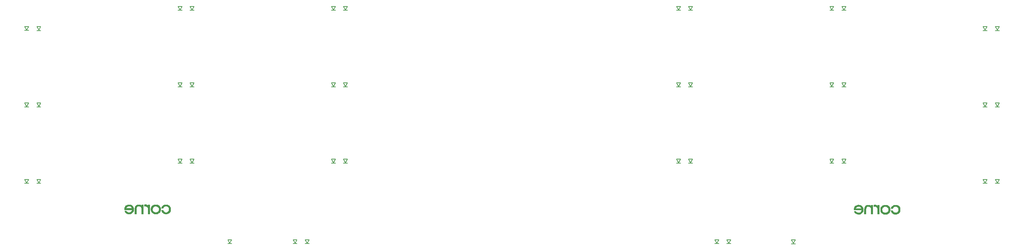
<source format=gbo>
G04 #@! TF.GenerationSoftware,KiCad,Pcbnew,5.1.5+dfsg1-2build2*
G04 #@! TF.CreationDate,2021-07-11T13:37:49+03:00*
G04 #@! TF.ProjectId,corne-light,636f726e-652d-46c6-9967-68742e6b6963,2.0*
G04 #@! TF.SameCoordinates,Original*
G04 #@! TF.FileFunction,Legend,Bot*
G04 #@! TF.FilePolarity,Positive*
%FSLAX46Y46*%
G04 Gerber Fmt 4.6, Leading zero omitted, Abs format (unit mm)*
G04 Created by KiCad (PCBNEW 5.1.5+dfsg1-2build2) date 2021-07-11 13:37:49*
%MOMM*%
%LPD*%
G04 APERTURE LIST*
%ADD10C,0.150000*%
%ADD11C,0.010000*%
%ADD12C,4.700000*%
%ADD13R,1.700000X1.800000*%
%ADD14O,1.797000X2.178000*%
%ADD15O,2.900000X2.100000*%
%ADD16C,1.600000*%
%ADD17C,2.400000*%
%ADD18C,2.700000*%
%ADD19C,2.800000*%
%ADD20C,2.800000*%
%ADD21C,1.900000*%
%ADD22C,2.000000*%
%ADD23O,2.800000X3.350000*%
%ADD24O,2.600000X2.000000*%
%ADD25O,2.600000X1.900000*%
%ADD26C,1.924000*%
%ADD27C,0.700000*%
G04 APERTURE END LIST*
D10*
X30687500Y-84416875D02*
X29687500Y-84416875D01*
X29687500Y-83416875D02*
X30187500Y-84316875D01*
X30687500Y-83416875D02*
X29687500Y-83416875D01*
X30187500Y-84316875D02*
X30687500Y-83416875D01*
X33687500Y-84420000D02*
X32687500Y-84420000D01*
X32687500Y-83420000D02*
X33187500Y-84320000D01*
X33687500Y-83420000D02*
X32687500Y-83420000D01*
X33187500Y-84320000D02*
X33687500Y-83420000D01*
X271184847Y-84420432D02*
X270184847Y-84420432D01*
X270184847Y-83420432D02*
X270684847Y-84320432D01*
X271184847Y-83420432D02*
X270184847Y-83420432D01*
X270684847Y-84320432D02*
X271184847Y-83420432D01*
X109687500Y-60420000D02*
X108687500Y-60420000D01*
X108687500Y-59420000D02*
X109187500Y-60320000D01*
X109687500Y-59420000D02*
X108687500Y-59420000D01*
X109187500Y-60320000D02*
X109687500Y-59420000D01*
X192184847Y-60420432D02*
X191184847Y-60420432D01*
X191184847Y-59420432D02*
X191684847Y-60320432D01*
X192184847Y-59420432D02*
X191184847Y-59420432D01*
X191684847Y-60320432D02*
X192184847Y-59420432D01*
X195184847Y-60420432D02*
X194184847Y-60420432D01*
X194184847Y-59420432D02*
X194684847Y-60320432D01*
X195184847Y-59420432D02*
X194184847Y-59420432D01*
X194684847Y-60320432D02*
X195184847Y-59420432D01*
X230184847Y-60415432D02*
X229184847Y-60415432D01*
X229184847Y-59415432D02*
X229684847Y-60315432D01*
X230184847Y-59415432D02*
X229184847Y-59415432D01*
X229684847Y-60315432D02*
X230184847Y-59415432D01*
X233184847Y-60420432D02*
X232184847Y-60420432D01*
X232184847Y-59420432D02*
X232684847Y-60320432D01*
X233184847Y-59420432D02*
X232184847Y-59420432D01*
X232684847Y-60320432D02*
X233184847Y-59420432D01*
X268184847Y-65420432D02*
X267184847Y-65420432D01*
X267184847Y-64420432D02*
X267684847Y-65320432D01*
X268184847Y-64420432D02*
X267184847Y-64420432D01*
X267684847Y-65320432D02*
X268184847Y-64420432D01*
X271184847Y-65420432D02*
X270184847Y-65420432D01*
X270184847Y-64420432D02*
X270684847Y-65320432D01*
X271184847Y-64420432D02*
X270184847Y-64420432D01*
X270684847Y-65320432D02*
X271184847Y-64420432D01*
X192184847Y-41420432D02*
X191184847Y-41420432D01*
X191184847Y-40420432D02*
X191684847Y-41320432D01*
X192184847Y-40420432D02*
X191184847Y-40420432D01*
X191684847Y-41320432D02*
X192184847Y-40420432D01*
X195184847Y-41420432D02*
X194184847Y-41420432D01*
X194184847Y-40420432D02*
X194684847Y-41320432D01*
X195184847Y-40420432D02*
X194184847Y-40420432D01*
X194684847Y-41320432D02*
X195184847Y-40420432D01*
X230184847Y-41415432D02*
X229184847Y-41415432D01*
X229184847Y-40415432D02*
X229684847Y-41315432D01*
X230184847Y-40415432D02*
X229184847Y-40415432D01*
X229684847Y-41315432D02*
X230184847Y-40415432D01*
X233184847Y-41420432D02*
X232184847Y-41420432D01*
X232184847Y-40420432D02*
X232684847Y-41320432D01*
X233184847Y-40420432D02*
X232184847Y-40420432D01*
X232684847Y-41320432D02*
X233184847Y-40420432D01*
X268184847Y-46420432D02*
X267184847Y-46420432D01*
X267184847Y-45420432D02*
X267684847Y-46320432D01*
X268184847Y-45420432D02*
X267184847Y-45420432D01*
X267684847Y-46320432D02*
X268184847Y-45420432D01*
X271184847Y-46420432D02*
X270184847Y-46420432D01*
X270184847Y-45420432D02*
X270684847Y-46320432D01*
X271184847Y-45420432D02*
X270184847Y-45420432D01*
X270684847Y-46320432D02*
X271184847Y-45420432D01*
X201694847Y-99415432D02*
X200694847Y-99415432D01*
X200694847Y-98415432D02*
X201194847Y-99315432D01*
X201694847Y-98415432D02*
X200694847Y-98415432D01*
X201194847Y-99315432D02*
X201694847Y-98415432D01*
X204694847Y-99415432D02*
X203694847Y-99415432D01*
X203694847Y-98415432D02*
X204194847Y-99315432D01*
X204694847Y-98415432D02*
X203694847Y-98415432D01*
X204194847Y-99315432D02*
X204694847Y-98415432D01*
X220684847Y-99430432D02*
X219684847Y-99430432D01*
X219684847Y-98430432D02*
X220184847Y-99330432D01*
X220684847Y-98430432D02*
X219684847Y-98430432D01*
X220184847Y-99330432D02*
X220684847Y-98430432D01*
X192184847Y-79420432D02*
X191184847Y-79420432D01*
X191184847Y-78420432D02*
X191684847Y-79320432D01*
X192184847Y-78420432D02*
X191184847Y-78420432D01*
X191684847Y-79320432D02*
X192184847Y-78420432D01*
X195184847Y-79420432D02*
X194184847Y-79420432D01*
X194184847Y-78420432D02*
X194684847Y-79320432D01*
X195184847Y-78420432D02*
X194184847Y-78420432D01*
X194684847Y-79320432D02*
X195184847Y-78420432D01*
X230184847Y-79415432D02*
X229184847Y-79415432D01*
X229184847Y-78415432D02*
X229684847Y-79315432D01*
X230184847Y-78415432D02*
X229184847Y-78415432D01*
X229684847Y-79315432D02*
X230184847Y-78415432D01*
X233184847Y-79420432D02*
X232184847Y-79420432D01*
X232184847Y-78420432D02*
X232684847Y-79320432D01*
X233184847Y-78420432D02*
X232184847Y-78420432D01*
X232684847Y-79320432D02*
X233184847Y-78420432D01*
X268184847Y-84420432D02*
X267184847Y-84420432D01*
X267184847Y-83420432D02*
X267684847Y-84320432D01*
X268184847Y-83420432D02*
X267184847Y-83420432D01*
X267684847Y-84320432D02*
X268184847Y-83420432D01*
X30687500Y-46416875D02*
X29687500Y-46416875D01*
X29687500Y-45416875D02*
X30187500Y-46316875D01*
X30687500Y-45416875D02*
X29687500Y-45416875D01*
X30187500Y-46316875D02*
X30687500Y-45416875D01*
X33687500Y-46420000D02*
X32687500Y-46420000D01*
X32687500Y-45420000D02*
X33187500Y-46320000D01*
X33687500Y-45420000D02*
X32687500Y-45420000D01*
X33187500Y-46320000D02*
X33687500Y-45420000D01*
X68687500Y-41420000D02*
X67687500Y-41420000D01*
X67687500Y-40420000D02*
X68187500Y-41320000D01*
X68687500Y-40420000D02*
X67687500Y-40420000D01*
X68187500Y-41320000D02*
X68687500Y-40420000D01*
X71687500Y-41415000D02*
X70687500Y-41415000D01*
X70687500Y-40415000D02*
X71187500Y-41315000D01*
X71687500Y-40415000D02*
X70687500Y-40415000D01*
X71187500Y-41315000D02*
X71687500Y-40415000D01*
X106687500Y-41420000D02*
X105687500Y-41420000D01*
X105687500Y-40420000D02*
X106187500Y-41320000D01*
X106687500Y-40420000D02*
X105687500Y-40420000D01*
X106187500Y-41320000D02*
X106687500Y-40420000D01*
X109687500Y-41420000D02*
X108687500Y-41420000D01*
X108687500Y-40420000D02*
X109187500Y-41320000D01*
X109687500Y-40420000D02*
X108687500Y-40420000D01*
X109187500Y-41320000D02*
X109687500Y-40420000D01*
X30687500Y-65416875D02*
X29687500Y-65416875D01*
X29687500Y-64416875D02*
X30187500Y-65316875D01*
X30687500Y-64416875D02*
X29687500Y-64416875D01*
X30187500Y-65316875D02*
X30687500Y-64416875D01*
X33687500Y-65420000D02*
X32687500Y-65420000D01*
X32687500Y-64420000D02*
X33187500Y-65320000D01*
X33687500Y-64420000D02*
X32687500Y-64420000D01*
X33187500Y-65320000D02*
X33687500Y-64420000D01*
X68687500Y-60420000D02*
X67687500Y-60420000D01*
X67687500Y-59420000D02*
X68187500Y-60320000D01*
X68687500Y-59420000D02*
X67687500Y-59420000D01*
X68187500Y-60320000D02*
X68687500Y-59420000D01*
X71687500Y-60415000D02*
X70687500Y-60415000D01*
X70687500Y-59415000D02*
X71187500Y-60315000D01*
X71687500Y-59415000D02*
X70687500Y-59415000D01*
X71187500Y-60315000D02*
X71687500Y-59415000D01*
X106687500Y-60420000D02*
X105687500Y-60420000D01*
X105687500Y-59420000D02*
X106187500Y-60320000D01*
X106687500Y-59420000D02*
X105687500Y-59420000D01*
X106187500Y-60320000D02*
X106687500Y-59420000D01*
X68687500Y-79420000D02*
X67687500Y-79420000D01*
X67687500Y-78420000D02*
X68187500Y-79320000D01*
X68687500Y-78420000D02*
X67687500Y-78420000D01*
X68187500Y-79320000D02*
X68687500Y-78420000D01*
X71687500Y-79415000D02*
X70687500Y-79415000D01*
X70687500Y-78415000D02*
X71187500Y-79315000D01*
X71687500Y-78415000D02*
X70687500Y-78415000D01*
X71187500Y-79315000D02*
X71687500Y-78415000D01*
X106687500Y-79420000D02*
X105687500Y-79420000D01*
X105687500Y-78420000D02*
X106187500Y-79320000D01*
X106687500Y-78420000D02*
X105687500Y-78420000D01*
X106187500Y-79320000D02*
X106687500Y-78420000D01*
X109687500Y-79420000D02*
X108687500Y-79420000D01*
X108687500Y-78420000D02*
X109187500Y-79320000D01*
X109687500Y-78420000D02*
X108687500Y-78420000D01*
X109187500Y-79320000D02*
X109687500Y-78420000D01*
X81007500Y-99410000D02*
X80007500Y-99410000D01*
X80007500Y-98410000D02*
X80507500Y-99310000D01*
X81007500Y-98410000D02*
X80007500Y-98410000D01*
X80507500Y-99310000D02*
X81007500Y-98410000D01*
X97187500Y-99405000D02*
X96187500Y-99405000D01*
X96187500Y-98405000D02*
X96687500Y-99305000D01*
X97187500Y-98405000D02*
X96187500Y-98405000D01*
X96687500Y-99305000D02*
X97187500Y-98405000D01*
X100187500Y-99405000D02*
X99187500Y-99405000D01*
X99187500Y-98405000D02*
X99687500Y-99305000D01*
X100187500Y-98405000D02*
X99187500Y-98405000D01*
X99687500Y-99305000D02*
X100187500Y-98405000D01*
D11*
G36*
X238565509Y-89778791D02*
G01*
X238471425Y-89782451D01*
X238401010Y-89791455D01*
X238340699Y-89808181D01*
X238276930Y-89835005D01*
X238222749Y-89861171D01*
X238051702Y-89969513D01*
X237918452Y-90108673D01*
X237821121Y-90281378D01*
X237757832Y-90490354D01*
X237746425Y-90552800D01*
X237739136Y-90623770D01*
X237732597Y-90736525D01*
X237727097Y-90882049D01*
X237722926Y-91051330D01*
X237720373Y-91235353D01*
X237719692Y-91384650D01*
X237719500Y-92051400D01*
X238151300Y-92051400D01*
X238151300Y-91332110D01*
X238151907Y-91103457D01*
X238153900Y-90919758D01*
X238157537Y-90775177D01*
X238163078Y-90663882D01*
X238170781Y-90580037D01*
X238180905Y-90517809D01*
X238188803Y-90486534D01*
X238253563Y-90348307D01*
X238354470Y-90245106D01*
X238489897Y-90177984D01*
X238658220Y-90147999D01*
X238712688Y-90146400D01*
X238875159Y-90156817D01*
X239005138Y-90191694D01*
X239117236Y-90256472D01*
X239197140Y-90326726D01*
X239251327Y-90383731D01*
X239294709Y-90439501D01*
X239328477Y-90500365D01*
X239353821Y-90572652D01*
X239371933Y-90662689D01*
X239384004Y-90776805D01*
X239391223Y-90921327D01*
X239394783Y-91102585D01*
X239395874Y-91326907D01*
X239395900Y-91382910D01*
X239395900Y-92051400D01*
X239827700Y-92051400D01*
X239827700Y-89790800D01*
X239395900Y-89790800D01*
X239395900Y-90048707D01*
X239313636Y-89966442D01*
X239227248Y-89890836D01*
X239136545Y-89837569D01*
X239030522Y-89803282D01*
X238898176Y-89784616D01*
X238728505Y-89778211D01*
X238696826Y-89778100D01*
X238565509Y-89778791D01*
G37*
X238565509Y-89778791D02*
X238471425Y-89782451D01*
X238401010Y-89791455D01*
X238340699Y-89808181D01*
X238276930Y-89835005D01*
X238222749Y-89861171D01*
X238051702Y-89969513D01*
X237918452Y-90108673D01*
X237821121Y-90281378D01*
X237757832Y-90490354D01*
X237746425Y-90552800D01*
X237739136Y-90623770D01*
X237732597Y-90736525D01*
X237727097Y-90882049D01*
X237722926Y-91051330D01*
X237720373Y-91235353D01*
X237719692Y-91384650D01*
X237719500Y-92051400D01*
X238151300Y-92051400D01*
X238151300Y-91332110D01*
X238151907Y-91103457D01*
X238153900Y-90919758D01*
X238157537Y-90775177D01*
X238163078Y-90663882D01*
X238170781Y-90580037D01*
X238180905Y-90517809D01*
X238188803Y-90486534D01*
X238253563Y-90348307D01*
X238354470Y-90245106D01*
X238489897Y-90177984D01*
X238658220Y-90147999D01*
X238712688Y-90146400D01*
X238875159Y-90156817D01*
X239005138Y-90191694D01*
X239117236Y-90256472D01*
X239197140Y-90326726D01*
X239251327Y-90383731D01*
X239294709Y-90439501D01*
X239328477Y-90500365D01*
X239353821Y-90572652D01*
X239371933Y-90662689D01*
X239384004Y-90776805D01*
X239391223Y-90921327D01*
X239394783Y-91102585D01*
X239395874Y-91326907D01*
X239395900Y-91382910D01*
X239395900Y-92051400D01*
X239827700Y-92051400D01*
X239827700Y-89790800D01*
X239395900Y-89790800D01*
X239395900Y-90048707D01*
X239313636Y-89966442D01*
X239227248Y-89890836D01*
X239136545Y-89837569D01*
X239030522Y-89803282D01*
X238898176Y-89784616D01*
X238728505Y-89778211D01*
X238696826Y-89778100D01*
X238565509Y-89778791D01*
G36*
X240227763Y-89755436D02*
G01*
X240081700Y-89771961D01*
X240081700Y-90142729D01*
X240215050Y-90129068D01*
X240399149Y-90134139D01*
X240568548Y-90185922D01*
X240717119Y-90281056D01*
X240838734Y-90416179D01*
X240887611Y-90497869D01*
X240970700Y-90658838D01*
X240970700Y-92051400D01*
X241402500Y-92051400D01*
X241402500Y-89788745D01*
X241192950Y-89796122D01*
X240983400Y-89803500D01*
X240958000Y-90025358D01*
X240907231Y-89968946D01*
X240789054Y-89872357D01*
X240637202Y-89801267D01*
X240463958Y-89759536D01*
X240281610Y-89751025D01*
X240227763Y-89755436D01*
G37*
X240227763Y-89755436D02*
X240081700Y-89771961D01*
X240081700Y-90142729D01*
X240215050Y-90129068D01*
X240399149Y-90134139D01*
X240568548Y-90185922D01*
X240717119Y-90281056D01*
X240838734Y-90416179D01*
X240887611Y-90497869D01*
X240970700Y-90658838D01*
X240970700Y-92051400D01*
X241402500Y-92051400D01*
X241402500Y-89788745D01*
X241192950Y-89796122D01*
X240983400Y-89803500D01*
X240958000Y-90025358D01*
X240907231Y-89968946D01*
X240789054Y-89872357D01*
X240637202Y-89801267D01*
X240463958Y-89759536D01*
X240281610Y-89751025D01*
X240227763Y-89755436D01*
G36*
X236033470Y-89788406D02*
G01*
X235811106Y-89854705D01*
X235612867Y-89960213D01*
X235442921Y-90100847D01*
X235305441Y-90272524D01*
X235204596Y-90471162D01*
X235144557Y-90692678D01*
X235128700Y-90888336D01*
X235128700Y-91035400D01*
X237033700Y-91035400D01*
X237033700Y-91108498D01*
X237010783Y-91231649D01*
X236947345Y-91359172D01*
X236851357Y-91480298D01*
X236730789Y-91584256D01*
X236641612Y-91638239D01*
X236505758Y-91689647D01*
X236345096Y-91714683D01*
X236332128Y-91715596D01*
X236149871Y-91713127D01*
X235996197Y-91676329D01*
X235858505Y-91600614D01*
X235743807Y-91501419D01*
X235607987Y-91365600D01*
X235404732Y-91365600D01*
X235304189Y-91366246D01*
X235244967Y-91370122D01*
X235217590Y-91380133D01*
X235212581Y-91399182D01*
X235218270Y-91422750D01*
X235256583Y-91508398D01*
X235321501Y-91611086D01*
X235401226Y-91714606D01*
X235483956Y-91802746D01*
X235514143Y-91829173D01*
X235713010Y-91958773D01*
X235935698Y-92048237D01*
X236172404Y-92095509D01*
X236413327Y-92098535D01*
X236624643Y-92062004D01*
X236845755Y-91977879D01*
X237040575Y-91854023D01*
X237204175Y-91695554D01*
X237331626Y-91507590D01*
X237417999Y-91295249D01*
X237437156Y-91218299D01*
X237467692Y-90968242D01*
X237453959Y-90728661D01*
X237441778Y-90679800D01*
X237032443Y-90679800D01*
X236309172Y-90679800D01*
X236096586Y-90679528D01*
X235929501Y-90678521D01*
X235802621Y-90676494D01*
X235710649Y-90673158D01*
X235648288Y-90668229D01*
X235610241Y-90661420D01*
X235591212Y-90652444D01*
X235585903Y-90641014D01*
X235585900Y-90640688D01*
X235606277Y-90558758D01*
X235660975Y-90463173D01*
X235740348Y-90365722D01*
X235834752Y-90278195D01*
X235934539Y-90212383D01*
X235937597Y-90210826D01*
X236076653Y-90163277D01*
X236240767Y-90142014D01*
X236411572Y-90146960D01*
X236570702Y-90178039D01*
X236662440Y-90213844D01*
X236808974Y-90315486D01*
X236927851Y-90456797D01*
X237008235Y-90616127D01*
X237032443Y-90679800D01*
X237441778Y-90679800D01*
X237398133Y-90504735D01*
X237302394Y-90301643D01*
X237168921Y-90124563D01*
X236999892Y-89978672D01*
X236887001Y-89910689D01*
X236692397Y-89826746D01*
X236495074Y-89779901D01*
X236275787Y-89765400D01*
X236033470Y-89788406D01*
G37*
X236033470Y-89788406D02*
X235811106Y-89854705D01*
X235612867Y-89960213D01*
X235442921Y-90100847D01*
X235305441Y-90272524D01*
X235204596Y-90471162D01*
X235144557Y-90692678D01*
X235128700Y-90888336D01*
X235128700Y-91035400D01*
X237033700Y-91035400D01*
X237033700Y-91108498D01*
X237010783Y-91231649D01*
X236947345Y-91359172D01*
X236851357Y-91480298D01*
X236730789Y-91584256D01*
X236641612Y-91638239D01*
X236505758Y-91689647D01*
X236345096Y-91714683D01*
X236332128Y-91715596D01*
X236149871Y-91713127D01*
X235996197Y-91676329D01*
X235858505Y-91600614D01*
X235743807Y-91501419D01*
X235607987Y-91365600D01*
X235404732Y-91365600D01*
X235304189Y-91366246D01*
X235244967Y-91370122D01*
X235217590Y-91380133D01*
X235212581Y-91399182D01*
X235218270Y-91422750D01*
X235256583Y-91508398D01*
X235321501Y-91611086D01*
X235401226Y-91714606D01*
X235483956Y-91802746D01*
X235514143Y-91829173D01*
X235713010Y-91958773D01*
X235935698Y-92048237D01*
X236172404Y-92095509D01*
X236413327Y-92098535D01*
X236624643Y-92062004D01*
X236845755Y-91977879D01*
X237040575Y-91854023D01*
X237204175Y-91695554D01*
X237331626Y-91507590D01*
X237417999Y-91295249D01*
X237437156Y-91218299D01*
X237467692Y-90968242D01*
X237453959Y-90728661D01*
X237441778Y-90679800D01*
X237032443Y-90679800D01*
X236309172Y-90679800D01*
X236096586Y-90679528D01*
X235929501Y-90678521D01*
X235802621Y-90676494D01*
X235710649Y-90673158D01*
X235648288Y-90668229D01*
X235610241Y-90661420D01*
X235591212Y-90652444D01*
X235585903Y-90641014D01*
X235585900Y-90640688D01*
X235606277Y-90558758D01*
X235660975Y-90463173D01*
X235740348Y-90365722D01*
X235834752Y-90278195D01*
X235934539Y-90212383D01*
X235937597Y-90210826D01*
X236076653Y-90163277D01*
X236240767Y-90142014D01*
X236411572Y-90146960D01*
X236570702Y-90178039D01*
X236662440Y-90213844D01*
X236808974Y-90315486D01*
X236927851Y-90456797D01*
X237008235Y-90616127D01*
X237032443Y-90679800D01*
X237441778Y-90679800D01*
X237398133Y-90504735D01*
X237302394Y-90301643D01*
X237168921Y-90124563D01*
X236999892Y-89978672D01*
X236887001Y-89910689D01*
X236692397Y-89826746D01*
X236495074Y-89779901D01*
X236275787Y-89765400D01*
X236033470Y-89788406D01*
G36*
X242825014Y-89771840D02*
G01*
X242571560Y-89807111D01*
X242343475Y-89883807D01*
X242143825Y-89999865D01*
X241975675Y-90153222D01*
X241842092Y-90341816D01*
X241777544Y-90476600D01*
X241745982Y-90590705D01*
X241725715Y-90738371D01*
X241716970Y-90903580D01*
X241719975Y-91070313D01*
X241734957Y-91222551D01*
X241762144Y-91344275D01*
X241765095Y-91352900D01*
X241861481Y-91550172D01*
X242000725Y-91726574D01*
X242177321Y-91876769D01*
X242385759Y-91995421D01*
X242460660Y-92026770D01*
X242592679Y-92063019D01*
X242755665Y-92086467D01*
X242931219Y-92096287D01*
X243100940Y-92091650D01*
X243246426Y-92071729D01*
X243279247Y-92063599D01*
X243493147Y-91981401D01*
X243687879Y-91863093D01*
X243854845Y-91715635D01*
X243985444Y-91545986D01*
X244036318Y-91450895D01*
X244074663Y-91348102D01*
X244108849Y-91223876D01*
X244128901Y-91120628D01*
X244136252Y-90979224D01*
X243711926Y-90979224D01*
X243697591Y-91126866D01*
X243677459Y-91208207D01*
X243624206Y-91320941D01*
X243543805Y-91436333D01*
X243449822Y-91537702D01*
X243355826Y-91608365D01*
X243349042Y-91612020D01*
X243152302Y-91688118D01*
X242947311Y-91718463D01*
X242743896Y-91702243D01*
X242631336Y-91671468D01*
X242454056Y-91584347D01*
X242309590Y-91460677D01*
X242202413Y-91304341D01*
X242197980Y-91295466D01*
X242144990Y-91139401D01*
X242123007Y-90962298D01*
X242132361Y-90783017D01*
X242173379Y-90620421D01*
X242185711Y-90590900D01*
X242283042Y-90431906D01*
X242410739Y-90307092D01*
X242561436Y-90216623D01*
X242727764Y-90160666D01*
X242902358Y-90139386D01*
X243077851Y-90152949D01*
X243246876Y-90201522D01*
X243402066Y-90285270D01*
X243536055Y-90404360D01*
X243641035Y-90558101D01*
X243682581Y-90675807D01*
X243706567Y-90822526D01*
X243711926Y-90979224D01*
X244136252Y-90979224D01*
X244141762Y-90873236D01*
X244109350Y-90638693D01*
X244034150Y-90422052D01*
X243918643Y-90228365D01*
X243765313Y-90062687D01*
X243576640Y-89930069D01*
X243532581Y-89906803D01*
X243358295Y-89832053D01*
X243186970Y-89787281D01*
X243001095Y-89769147D01*
X242825014Y-89771840D01*
G37*
X242825014Y-89771840D02*
X242571560Y-89807111D01*
X242343475Y-89883807D01*
X242143825Y-89999865D01*
X241975675Y-90153222D01*
X241842092Y-90341816D01*
X241777544Y-90476600D01*
X241745982Y-90590705D01*
X241725715Y-90738371D01*
X241716970Y-90903580D01*
X241719975Y-91070313D01*
X241734957Y-91222551D01*
X241762144Y-91344275D01*
X241765095Y-91352900D01*
X241861481Y-91550172D01*
X242000725Y-91726574D01*
X242177321Y-91876769D01*
X242385759Y-91995421D01*
X242460660Y-92026770D01*
X242592679Y-92063019D01*
X242755665Y-92086467D01*
X242931219Y-92096287D01*
X243100940Y-92091650D01*
X243246426Y-92071729D01*
X243279247Y-92063599D01*
X243493147Y-91981401D01*
X243687879Y-91863093D01*
X243854845Y-91715635D01*
X243985444Y-91545986D01*
X244036318Y-91450895D01*
X244074663Y-91348102D01*
X244108849Y-91223876D01*
X244128901Y-91120628D01*
X244136252Y-90979224D01*
X243711926Y-90979224D01*
X243697591Y-91126866D01*
X243677459Y-91208207D01*
X243624206Y-91320941D01*
X243543805Y-91436333D01*
X243449822Y-91537702D01*
X243355826Y-91608365D01*
X243349042Y-91612020D01*
X243152302Y-91688118D01*
X242947311Y-91718463D01*
X242743896Y-91702243D01*
X242631336Y-91671468D01*
X242454056Y-91584347D01*
X242309590Y-91460677D01*
X242202413Y-91304341D01*
X242197980Y-91295466D01*
X242144990Y-91139401D01*
X242123007Y-90962298D01*
X242132361Y-90783017D01*
X242173379Y-90620421D01*
X242185711Y-90590900D01*
X242283042Y-90431906D01*
X242410739Y-90307092D01*
X242561436Y-90216623D01*
X242727764Y-90160666D01*
X242902358Y-90139386D01*
X243077851Y-90152949D01*
X243246876Y-90201522D01*
X243402066Y-90285270D01*
X243536055Y-90404360D01*
X243641035Y-90558101D01*
X243682581Y-90675807D01*
X243706567Y-90822526D01*
X243711926Y-90979224D01*
X244136252Y-90979224D01*
X244141762Y-90873236D01*
X244109350Y-90638693D01*
X244034150Y-90422052D01*
X243918643Y-90228365D01*
X243765313Y-90062687D01*
X243576640Y-89930069D01*
X243532581Y-89906803D01*
X243358295Y-89832053D01*
X243186970Y-89787281D01*
X243001095Y-89769147D01*
X242825014Y-89771840D01*
G36*
X245207951Y-89785988D02*
G01*
X245093252Y-89812102D01*
X244872150Y-89902639D01*
X244680707Y-90029036D01*
X244523778Y-90186988D01*
X244406218Y-90372188D01*
X244371563Y-90452254D01*
X244337536Y-90545731D01*
X244325917Y-90604761D01*
X244343202Y-90637261D01*
X244395888Y-90651149D01*
X244490471Y-90654343D01*
X244537431Y-90654400D01*
X244751361Y-90654399D01*
X244782267Y-90560754D01*
X244848857Y-90434894D01*
X244955362Y-90323503D01*
X245091537Y-90233012D01*
X245247136Y-90169854D01*
X245411915Y-90140461D01*
X245453801Y-90139142D01*
X245636131Y-90161910D01*
X245806435Y-90226221D01*
X245955984Y-90326089D01*
X246076047Y-90455526D01*
X246157895Y-90608547D01*
X246164093Y-90626267D01*
X246197644Y-90784924D01*
X246203427Y-90960402D01*
X246182741Y-91134327D01*
X246136887Y-91288322D01*
X246113825Y-91336531D01*
X246008096Y-91487138D01*
X245873221Y-91599303D01*
X245725898Y-91670915D01*
X245547211Y-91713926D01*
X245367741Y-91713773D01*
X245195928Y-91673785D01*
X245040210Y-91597291D01*
X244909026Y-91487622D01*
X244810816Y-91348106D01*
X244789233Y-91301389D01*
X244742600Y-91187990D01*
X244533050Y-91187895D01*
X244430332Y-91188561D01*
X244368216Y-91192620D01*
X244336505Y-91202992D01*
X244325003Y-91222594D01*
X244323500Y-91247887D01*
X244339025Y-91322902D01*
X244380576Y-91422781D01*
X244440622Y-91534252D01*
X244511631Y-91644041D01*
X244586071Y-91738876D01*
X244624962Y-91779119D01*
X244804736Y-91914131D01*
X245013593Y-92014811D01*
X245240440Y-92077913D01*
X245474182Y-92100194D01*
X245669700Y-92084664D01*
X245862913Y-92033943D01*
X246050549Y-91950877D01*
X246220240Y-91842860D01*
X246359617Y-91717289D01*
X246426511Y-91632165D01*
X246507840Y-91497841D01*
X246563730Y-91372887D01*
X246598309Y-91242138D01*
X246615707Y-91090430D01*
X246620086Y-90921100D01*
X246618581Y-90780194D01*
X246612879Y-90676188D01*
X246601202Y-90595236D01*
X246581770Y-90523494D01*
X246562149Y-90470197D01*
X246456503Y-90270543D01*
X246310238Y-90094026D01*
X246131124Y-89948316D01*
X245926931Y-89841085D01*
X245923700Y-89839802D01*
X245767717Y-89795914D01*
X245583745Y-89771892D01*
X245390813Y-89768372D01*
X245207951Y-89785988D01*
G37*
X245207951Y-89785988D02*
X245093252Y-89812102D01*
X244872150Y-89902639D01*
X244680707Y-90029036D01*
X244523778Y-90186988D01*
X244406218Y-90372188D01*
X244371563Y-90452254D01*
X244337536Y-90545731D01*
X244325917Y-90604761D01*
X244343202Y-90637261D01*
X244395888Y-90651149D01*
X244490471Y-90654343D01*
X244537431Y-90654400D01*
X244751361Y-90654399D01*
X244782267Y-90560754D01*
X244848857Y-90434894D01*
X244955362Y-90323503D01*
X245091537Y-90233012D01*
X245247136Y-90169854D01*
X245411915Y-90140461D01*
X245453801Y-90139142D01*
X245636131Y-90161910D01*
X245806435Y-90226221D01*
X245955984Y-90326089D01*
X246076047Y-90455526D01*
X246157895Y-90608547D01*
X246164093Y-90626267D01*
X246197644Y-90784924D01*
X246203427Y-90960402D01*
X246182741Y-91134327D01*
X246136887Y-91288322D01*
X246113825Y-91336531D01*
X246008096Y-91487138D01*
X245873221Y-91599303D01*
X245725898Y-91670915D01*
X245547211Y-91713926D01*
X245367741Y-91713773D01*
X245195928Y-91673785D01*
X245040210Y-91597291D01*
X244909026Y-91487622D01*
X244810816Y-91348106D01*
X244789233Y-91301389D01*
X244742600Y-91187990D01*
X244533050Y-91187895D01*
X244430332Y-91188561D01*
X244368216Y-91192620D01*
X244336505Y-91202992D01*
X244325003Y-91222594D01*
X244323500Y-91247887D01*
X244339025Y-91322902D01*
X244380576Y-91422781D01*
X244440622Y-91534252D01*
X244511631Y-91644041D01*
X244586071Y-91738876D01*
X244624962Y-91779119D01*
X244804736Y-91914131D01*
X245013593Y-92014811D01*
X245240440Y-92077913D01*
X245474182Y-92100194D01*
X245669700Y-92084664D01*
X245862913Y-92033943D01*
X246050549Y-91950877D01*
X246220240Y-91842860D01*
X246359617Y-91717289D01*
X246426511Y-91632165D01*
X246507840Y-91497841D01*
X246563730Y-91372887D01*
X246598309Y-91242138D01*
X246615707Y-91090430D01*
X246620086Y-90921100D01*
X246618581Y-90780194D01*
X246612879Y-90676188D01*
X246601202Y-90595236D01*
X246581770Y-90523494D01*
X246562149Y-90470197D01*
X246456503Y-90270543D01*
X246310238Y-90094026D01*
X246131124Y-89948316D01*
X245926931Y-89841085D01*
X245923700Y-89839802D01*
X245767717Y-89795914D01*
X245583745Y-89771892D01*
X245390813Y-89768372D01*
X245207951Y-89785988D01*
G36*
X64427951Y-89705988D02*
G01*
X64313252Y-89732102D01*
X64092150Y-89822639D01*
X63900707Y-89949036D01*
X63743778Y-90106988D01*
X63626218Y-90292188D01*
X63591563Y-90372254D01*
X63557536Y-90465731D01*
X63545917Y-90524761D01*
X63563202Y-90557261D01*
X63615888Y-90571149D01*
X63710471Y-90574343D01*
X63757431Y-90574400D01*
X63971361Y-90574399D01*
X64002267Y-90480754D01*
X64068857Y-90354894D01*
X64175362Y-90243503D01*
X64311537Y-90153012D01*
X64467136Y-90089854D01*
X64631915Y-90060461D01*
X64673801Y-90059142D01*
X64856131Y-90081910D01*
X65026435Y-90146221D01*
X65175984Y-90246089D01*
X65296047Y-90375526D01*
X65377895Y-90528547D01*
X65384093Y-90546267D01*
X65417644Y-90704924D01*
X65423427Y-90880402D01*
X65402741Y-91054327D01*
X65356887Y-91208322D01*
X65333825Y-91256531D01*
X65228096Y-91407138D01*
X65093221Y-91519303D01*
X64945898Y-91590915D01*
X64767211Y-91633926D01*
X64587741Y-91633773D01*
X64415928Y-91593785D01*
X64260210Y-91517291D01*
X64129026Y-91407622D01*
X64030816Y-91268106D01*
X64009233Y-91221389D01*
X63962600Y-91107990D01*
X63753050Y-91107895D01*
X63650332Y-91108561D01*
X63588216Y-91112620D01*
X63556505Y-91122992D01*
X63545003Y-91142594D01*
X63543500Y-91167887D01*
X63559025Y-91242902D01*
X63600576Y-91342781D01*
X63660622Y-91454252D01*
X63731631Y-91564041D01*
X63806071Y-91658876D01*
X63844962Y-91699119D01*
X64024736Y-91834131D01*
X64233593Y-91934811D01*
X64460440Y-91997913D01*
X64694182Y-92020194D01*
X64889700Y-92004664D01*
X65082913Y-91953943D01*
X65270549Y-91870877D01*
X65440240Y-91762860D01*
X65579617Y-91637289D01*
X65646511Y-91552165D01*
X65727840Y-91417841D01*
X65783730Y-91292887D01*
X65818309Y-91162138D01*
X65835707Y-91010430D01*
X65840086Y-90841100D01*
X65838581Y-90700194D01*
X65832879Y-90596188D01*
X65821202Y-90515236D01*
X65801770Y-90443494D01*
X65782149Y-90390197D01*
X65676503Y-90190543D01*
X65530238Y-90014026D01*
X65351124Y-89868316D01*
X65146931Y-89761085D01*
X65143700Y-89759802D01*
X64987717Y-89715914D01*
X64803745Y-89691892D01*
X64610813Y-89688372D01*
X64427951Y-89705988D01*
G37*
X64427951Y-89705988D02*
X64313252Y-89732102D01*
X64092150Y-89822639D01*
X63900707Y-89949036D01*
X63743778Y-90106988D01*
X63626218Y-90292188D01*
X63591563Y-90372254D01*
X63557536Y-90465731D01*
X63545917Y-90524761D01*
X63563202Y-90557261D01*
X63615888Y-90571149D01*
X63710471Y-90574343D01*
X63757431Y-90574400D01*
X63971361Y-90574399D01*
X64002267Y-90480754D01*
X64068857Y-90354894D01*
X64175362Y-90243503D01*
X64311537Y-90153012D01*
X64467136Y-90089854D01*
X64631915Y-90060461D01*
X64673801Y-90059142D01*
X64856131Y-90081910D01*
X65026435Y-90146221D01*
X65175984Y-90246089D01*
X65296047Y-90375526D01*
X65377895Y-90528547D01*
X65384093Y-90546267D01*
X65417644Y-90704924D01*
X65423427Y-90880402D01*
X65402741Y-91054327D01*
X65356887Y-91208322D01*
X65333825Y-91256531D01*
X65228096Y-91407138D01*
X65093221Y-91519303D01*
X64945898Y-91590915D01*
X64767211Y-91633926D01*
X64587741Y-91633773D01*
X64415928Y-91593785D01*
X64260210Y-91517291D01*
X64129026Y-91407622D01*
X64030816Y-91268106D01*
X64009233Y-91221389D01*
X63962600Y-91107990D01*
X63753050Y-91107895D01*
X63650332Y-91108561D01*
X63588216Y-91112620D01*
X63556505Y-91122992D01*
X63545003Y-91142594D01*
X63543500Y-91167887D01*
X63559025Y-91242902D01*
X63600576Y-91342781D01*
X63660622Y-91454252D01*
X63731631Y-91564041D01*
X63806071Y-91658876D01*
X63844962Y-91699119D01*
X64024736Y-91834131D01*
X64233593Y-91934811D01*
X64460440Y-91997913D01*
X64694182Y-92020194D01*
X64889700Y-92004664D01*
X65082913Y-91953943D01*
X65270549Y-91870877D01*
X65440240Y-91762860D01*
X65579617Y-91637289D01*
X65646511Y-91552165D01*
X65727840Y-91417841D01*
X65783730Y-91292887D01*
X65818309Y-91162138D01*
X65835707Y-91010430D01*
X65840086Y-90841100D01*
X65838581Y-90700194D01*
X65832879Y-90596188D01*
X65821202Y-90515236D01*
X65801770Y-90443494D01*
X65782149Y-90390197D01*
X65676503Y-90190543D01*
X65530238Y-90014026D01*
X65351124Y-89868316D01*
X65146931Y-89761085D01*
X65143700Y-89759802D01*
X64987717Y-89715914D01*
X64803745Y-89691892D01*
X64610813Y-89688372D01*
X64427951Y-89705988D01*
G36*
X62045014Y-89691840D02*
G01*
X61791560Y-89727111D01*
X61563475Y-89803807D01*
X61363825Y-89919865D01*
X61195675Y-90073222D01*
X61062092Y-90261816D01*
X60997544Y-90396600D01*
X60965982Y-90510705D01*
X60945715Y-90658371D01*
X60936970Y-90823580D01*
X60939975Y-90990313D01*
X60954957Y-91142551D01*
X60982144Y-91264275D01*
X60985095Y-91272900D01*
X61081481Y-91470172D01*
X61220725Y-91646574D01*
X61397321Y-91796769D01*
X61605759Y-91915421D01*
X61680660Y-91946770D01*
X61812679Y-91983019D01*
X61975665Y-92006467D01*
X62151219Y-92016287D01*
X62320940Y-92011650D01*
X62466426Y-91991729D01*
X62499247Y-91983599D01*
X62713147Y-91901401D01*
X62907879Y-91783093D01*
X63074845Y-91635635D01*
X63205444Y-91465986D01*
X63256318Y-91370895D01*
X63294663Y-91268102D01*
X63328849Y-91143876D01*
X63348901Y-91040628D01*
X63356252Y-90899224D01*
X62931926Y-90899224D01*
X62917591Y-91046866D01*
X62897459Y-91128207D01*
X62844206Y-91240941D01*
X62763805Y-91356333D01*
X62669822Y-91457702D01*
X62575826Y-91528365D01*
X62569042Y-91532020D01*
X62372302Y-91608118D01*
X62167311Y-91638463D01*
X61963896Y-91622243D01*
X61851336Y-91591468D01*
X61674056Y-91504347D01*
X61529590Y-91380677D01*
X61422413Y-91224341D01*
X61417980Y-91215466D01*
X61364990Y-91059401D01*
X61343007Y-90882298D01*
X61352361Y-90703017D01*
X61393379Y-90540421D01*
X61405711Y-90510900D01*
X61503042Y-90351906D01*
X61630739Y-90227092D01*
X61781436Y-90136623D01*
X61947764Y-90080666D01*
X62122358Y-90059386D01*
X62297851Y-90072949D01*
X62466876Y-90121522D01*
X62622066Y-90205270D01*
X62756055Y-90324360D01*
X62861035Y-90478101D01*
X62902581Y-90595807D01*
X62926567Y-90742526D01*
X62931926Y-90899224D01*
X63356252Y-90899224D01*
X63361762Y-90793236D01*
X63329350Y-90558693D01*
X63254150Y-90342052D01*
X63138643Y-90148365D01*
X62985313Y-89982687D01*
X62796640Y-89850069D01*
X62752581Y-89826803D01*
X62578295Y-89752053D01*
X62406970Y-89707281D01*
X62221095Y-89689147D01*
X62045014Y-89691840D01*
G37*
X62045014Y-89691840D02*
X61791560Y-89727111D01*
X61563475Y-89803807D01*
X61363825Y-89919865D01*
X61195675Y-90073222D01*
X61062092Y-90261816D01*
X60997544Y-90396600D01*
X60965982Y-90510705D01*
X60945715Y-90658371D01*
X60936970Y-90823580D01*
X60939975Y-90990313D01*
X60954957Y-91142551D01*
X60982144Y-91264275D01*
X60985095Y-91272900D01*
X61081481Y-91470172D01*
X61220725Y-91646574D01*
X61397321Y-91796769D01*
X61605759Y-91915421D01*
X61680660Y-91946770D01*
X61812679Y-91983019D01*
X61975665Y-92006467D01*
X62151219Y-92016287D01*
X62320940Y-92011650D01*
X62466426Y-91991729D01*
X62499247Y-91983599D01*
X62713147Y-91901401D01*
X62907879Y-91783093D01*
X63074845Y-91635635D01*
X63205444Y-91465986D01*
X63256318Y-91370895D01*
X63294663Y-91268102D01*
X63328849Y-91143876D01*
X63348901Y-91040628D01*
X63356252Y-90899224D01*
X62931926Y-90899224D01*
X62917591Y-91046866D01*
X62897459Y-91128207D01*
X62844206Y-91240941D01*
X62763805Y-91356333D01*
X62669822Y-91457702D01*
X62575826Y-91528365D01*
X62569042Y-91532020D01*
X62372302Y-91608118D01*
X62167311Y-91638463D01*
X61963896Y-91622243D01*
X61851336Y-91591468D01*
X61674056Y-91504347D01*
X61529590Y-91380677D01*
X61422413Y-91224341D01*
X61417980Y-91215466D01*
X61364990Y-91059401D01*
X61343007Y-90882298D01*
X61352361Y-90703017D01*
X61393379Y-90540421D01*
X61405711Y-90510900D01*
X61503042Y-90351906D01*
X61630739Y-90227092D01*
X61781436Y-90136623D01*
X61947764Y-90080666D01*
X62122358Y-90059386D01*
X62297851Y-90072949D01*
X62466876Y-90121522D01*
X62622066Y-90205270D01*
X62756055Y-90324360D01*
X62861035Y-90478101D01*
X62902581Y-90595807D01*
X62926567Y-90742526D01*
X62931926Y-90899224D01*
X63356252Y-90899224D01*
X63361762Y-90793236D01*
X63329350Y-90558693D01*
X63254150Y-90342052D01*
X63138643Y-90148365D01*
X62985313Y-89982687D01*
X62796640Y-89850069D01*
X62752581Y-89826803D01*
X62578295Y-89752053D01*
X62406970Y-89707281D01*
X62221095Y-89689147D01*
X62045014Y-89691840D01*
G36*
X55253470Y-89708406D02*
G01*
X55031106Y-89774705D01*
X54832867Y-89880213D01*
X54662921Y-90020847D01*
X54525441Y-90192524D01*
X54424596Y-90391162D01*
X54364557Y-90612678D01*
X54348700Y-90808336D01*
X54348700Y-90955400D01*
X56253700Y-90955400D01*
X56253700Y-91028498D01*
X56230783Y-91151649D01*
X56167345Y-91279172D01*
X56071357Y-91400298D01*
X55950789Y-91504256D01*
X55861612Y-91558239D01*
X55725758Y-91609647D01*
X55565096Y-91634683D01*
X55552128Y-91635596D01*
X55369871Y-91633127D01*
X55216197Y-91596329D01*
X55078505Y-91520614D01*
X54963807Y-91421419D01*
X54827987Y-91285600D01*
X54624732Y-91285600D01*
X54524189Y-91286246D01*
X54464967Y-91290122D01*
X54437590Y-91300133D01*
X54432581Y-91319182D01*
X54438270Y-91342750D01*
X54476583Y-91428398D01*
X54541501Y-91531086D01*
X54621226Y-91634606D01*
X54703956Y-91722746D01*
X54734143Y-91749173D01*
X54933010Y-91878773D01*
X55155698Y-91968237D01*
X55392404Y-92015509D01*
X55633327Y-92018535D01*
X55844643Y-91982004D01*
X56065755Y-91897879D01*
X56260575Y-91774023D01*
X56424175Y-91615554D01*
X56551626Y-91427590D01*
X56637999Y-91215249D01*
X56657156Y-91138299D01*
X56687692Y-90888242D01*
X56673959Y-90648661D01*
X56661778Y-90599800D01*
X56252443Y-90599800D01*
X55529172Y-90599800D01*
X55316586Y-90599528D01*
X55149501Y-90598521D01*
X55022621Y-90596494D01*
X54930649Y-90593158D01*
X54868288Y-90588229D01*
X54830241Y-90581420D01*
X54811212Y-90572444D01*
X54805903Y-90561014D01*
X54805900Y-90560688D01*
X54826277Y-90478758D01*
X54880975Y-90383173D01*
X54960348Y-90285722D01*
X55054752Y-90198195D01*
X55154539Y-90132383D01*
X55157597Y-90130826D01*
X55296653Y-90083277D01*
X55460767Y-90062014D01*
X55631572Y-90066960D01*
X55790702Y-90098039D01*
X55882440Y-90133844D01*
X56028974Y-90235486D01*
X56147851Y-90376797D01*
X56228235Y-90536127D01*
X56252443Y-90599800D01*
X56661778Y-90599800D01*
X56618133Y-90424735D01*
X56522394Y-90221643D01*
X56388921Y-90044563D01*
X56219892Y-89898672D01*
X56107001Y-89830689D01*
X55912397Y-89746746D01*
X55715074Y-89699901D01*
X55495787Y-89685400D01*
X55253470Y-89708406D01*
G37*
X55253470Y-89708406D02*
X55031106Y-89774705D01*
X54832867Y-89880213D01*
X54662921Y-90020847D01*
X54525441Y-90192524D01*
X54424596Y-90391162D01*
X54364557Y-90612678D01*
X54348700Y-90808336D01*
X54348700Y-90955400D01*
X56253700Y-90955400D01*
X56253700Y-91028498D01*
X56230783Y-91151649D01*
X56167345Y-91279172D01*
X56071357Y-91400298D01*
X55950789Y-91504256D01*
X55861612Y-91558239D01*
X55725758Y-91609647D01*
X55565096Y-91634683D01*
X55552128Y-91635596D01*
X55369871Y-91633127D01*
X55216197Y-91596329D01*
X55078505Y-91520614D01*
X54963807Y-91421419D01*
X54827987Y-91285600D01*
X54624732Y-91285600D01*
X54524189Y-91286246D01*
X54464967Y-91290122D01*
X54437590Y-91300133D01*
X54432581Y-91319182D01*
X54438270Y-91342750D01*
X54476583Y-91428398D01*
X54541501Y-91531086D01*
X54621226Y-91634606D01*
X54703956Y-91722746D01*
X54734143Y-91749173D01*
X54933010Y-91878773D01*
X55155698Y-91968237D01*
X55392404Y-92015509D01*
X55633327Y-92018535D01*
X55844643Y-91982004D01*
X56065755Y-91897879D01*
X56260575Y-91774023D01*
X56424175Y-91615554D01*
X56551626Y-91427590D01*
X56637999Y-91215249D01*
X56657156Y-91138299D01*
X56687692Y-90888242D01*
X56673959Y-90648661D01*
X56661778Y-90599800D01*
X56252443Y-90599800D01*
X55529172Y-90599800D01*
X55316586Y-90599528D01*
X55149501Y-90598521D01*
X55022621Y-90596494D01*
X54930649Y-90593158D01*
X54868288Y-90588229D01*
X54830241Y-90581420D01*
X54811212Y-90572444D01*
X54805903Y-90561014D01*
X54805900Y-90560688D01*
X54826277Y-90478758D01*
X54880975Y-90383173D01*
X54960348Y-90285722D01*
X55054752Y-90198195D01*
X55154539Y-90132383D01*
X55157597Y-90130826D01*
X55296653Y-90083277D01*
X55460767Y-90062014D01*
X55631572Y-90066960D01*
X55790702Y-90098039D01*
X55882440Y-90133844D01*
X56028974Y-90235486D01*
X56147851Y-90376797D01*
X56228235Y-90536127D01*
X56252443Y-90599800D01*
X56661778Y-90599800D01*
X56618133Y-90424735D01*
X56522394Y-90221643D01*
X56388921Y-90044563D01*
X56219892Y-89898672D01*
X56107001Y-89830689D01*
X55912397Y-89746746D01*
X55715074Y-89699901D01*
X55495787Y-89685400D01*
X55253470Y-89708406D01*
G36*
X59447763Y-89675436D02*
G01*
X59301700Y-89691961D01*
X59301700Y-90062729D01*
X59435050Y-90049068D01*
X59619149Y-90054139D01*
X59788548Y-90105922D01*
X59937119Y-90201056D01*
X60058734Y-90336179D01*
X60107611Y-90417869D01*
X60190700Y-90578838D01*
X60190700Y-91971400D01*
X60622500Y-91971400D01*
X60622500Y-89708745D01*
X60412950Y-89716122D01*
X60203400Y-89723500D01*
X60178000Y-89945358D01*
X60127231Y-89888946D01*
X60009054Y-89792357D01*
X59857202Y-89721267D01*
X59683958Y-89679536D01*
X59501610Y-89671025D01*
X59447763Y-89675436D01*
G37*
X59447763Y-89675436D02*
X59301700Y-89691961D01*
X59301700Y-90062729D01*
X59435050Y-90049068D01*
X59619149Y-90054139D01*
X59788548Y-90105922D01*
X59937119Y-90201056D01*
X60058734Y-90336179D01*
X60107611Y-90417869D01*
X60190700Y-90578838D01*
X60190700Y-91971400D01*
X60622500Y-91971400D01*
X60622500Y-89708745D01*
X60412950Y-89716122D01*
X60203400Y-89723500D01*
X60178000Y-89945358D01*
X60127231Y-89888946D01*
X60009054Y-89792357D01*
X59857202Y-89721267D01*
X59683958Y-89679536D01*
X59501610Y-89671025D01*
X59447763Y-89675436D01*
G36*
X57785509Y-89698791D02*
G01*
X57691425Y-89702451D01*
X57621010Y-89711455D01*
X57560699Y-89728181D01*
X57496930Y-89755005D01*
X57442749Y-89781171D01*
X57271702Y-89889513D01*
X57138452Y-90028673D01*
X57041121Y-90201378D01*
X56977832Y-90410354D01*
X56966425Y-90472800D01*
X56959136Y-90543770D01*
X56952597Y-90656525D01*
X56947097Y-90802049D01*
X56942926Y-90971330D01*
X56940373Y-91155353D01*
X56939692Y-91304650D01*
X56939500Y-91971400D01*
X57371300Y-91971400D01*
X57371300Y-91252110D01*
X57371907Y-91023457D01*
X57373900Y-90839758D01*
X57377537Y-90695177D01*
X57383078Y-90583882D01*
X57390781Y-90500037D01*
X57400905Y-90437809D01*
X57408803Y-90406534D01*
X57473563Y-90268307D01*
X57574470Y-90165106D01*
X57709897Y-90097984D01*
X57878220Y-90067999D01*
X57932688Y-90066400D01*
X58095159Y-90076817D01*
X58225138Y-90111694D01*
X58337236Y-90176472D01*
X58417140Y-90246726D01*
X58471327Y-90303731D01*
X58514709Y-90359501D01*
X58548477Y-90420365D01*
X58573821Y-90492652D01*
X58591933Y-90582689D01*
X58604004Y-90696805D01*
X58611223Y-90841327D01*
X58614783Y-91022585D01*
X58615874Y-91246907D01*
X58615900Y-91302910D01*
X58615900Y-91971400D01*
X59047700Y-91971400D01*
X59047700Y-89710800D01*
X58615900Y-89710800D01*
X58615900Y-89968707D01*
X58533636Y-89886442D01*
X58447248Y-89810836D01*
X58356545Y-89757569D01*
X58250522Y-89723282D01*
X58118176Y-89704616D01*
X57948505Y-89698211D01*
X57916826Y-89698100D01*
X57785509Y-89698791D01*
G37*
X57785509Y-89698791D02*
X57691425Y-89702451D01*
X57621010Y-89711455D01*
X57560699Y-89728181D01*
X57496930Y-89755005D01*
X57442749Y-89781171D01*
X57271702Y-89889513D01*
X57138452Y-90028673D01*
X57041121Y-90201378D01*
X56977832Y-90410354D01*
X56966425Y-90472800D01*
X56959136Y-90543770D01*
X56952597Y-90656525D01*
X56947097Y-90802049D01*
X56942926Y-90971330D01*
X56940373Y-91155353D01*
X56939692Y-91304650D01*
X56939500Y-91971400D01*
X57371300Y-91971400D01*
X57371300Y-91252110D01*
X57371907Y-91023457D01*
X57373900Y-90839758D01*
X57377537Y-90695177D01*
X57383078Y-90583882D01*
X57390781Y-90500037D01*
X57400905Y-90437809D01*
X57408803Y-90406534D01*
X57473563Y-90268307D01*
X57574470Y-90165106D01*
X57709897Y-90097984D01*
X57878220Y-90067999D01*
X57932688Y-90066400D01*
X58095159Y-90076817D01*
X58225138Y-90111694D01*
X58337236Y-90176472D01*
X58417140Y-90246726D01*
X58471327Y-90303731D01*
X58514709Y-90359501D01*
X58548477Y-90420365D01*
X58573821Y-90492652D01*
X58591933Y-90582689D01*
X58604004Y-90696805D01*
X58611223Y-90841327D01*
X58614783Y-91022585D01*
X58615874Y-91246907D01*
X58615900Y-91302910D01*
X58615900Y-91971400D01*
X59047700Y-91971400D01*
X59047700Y-89710800D01*
X58615900Y-89710800D01*
X58615900Y-89968707D01*
X58533636Y-89886442D01*
X58447248Y-89810836D01*
X58356545Y-89757569D01*
X58250522Y-89723282D01*
X58118176Y-89704616D01*
X57948505Y-89698211D01*
X57916826Y-89698100D01*
X57785509Y-89698791D01*
%LPC*%
D12*
X250212500Y-55426932D03*
X250212500Y-74426932D03*
X50712500Y-55445000D03*
X50712500Y-74445000D03*
D13*
X30187500Y-82141875D03*
X30187500Y-85691875D03*
X33187500Y-82145000D03*
X33187500Y-85695000D03*
X270684847Y-82145432D03*
X270684847Y-85695432D03*
X109187500Y-58145000D03*
X109187500Y-61695000D03*
X191684847Y-58145432D03*
X191684847Y-61695432D03*
X194684847Y-58145432D03*
X194684847Y-61695432D03*
X229684847Y-58140432D03*
X229684847Y-61690432D03*
X232684847Y-58145432D03*
X232684847Y-61695432D03*
X267684847Y-63145432D03*
X267684847Y-66695432D03*
X270684847Y-63145432D03*
X270684847Y-66695432D03*
X191684847Y-39145432D03*
X191684847Y-42695432D03*
X194684847Y-39145432D03*
X194684847Y-42695432D03*
X229684847Y-39140432D03*
X229684847Y-42690432D03*
X232684847Y-39145432D03*
X232684847Y-42695432D03*
X267684847Y-44145432D03*
X267684847Y-47695432D03*
X270684847Y-44145432D03*
X270684847Y-47695432D03*
X201194847Y-97140432D03*
X201194847Y-100690432D03*
X204194847Y-97140432D03*
X204194847Y-100690432D03*
X220184847Y-97155432D03*
X220184847Y-100705432D03*
X191684847Y-77145432D03*
X191684847Y-80695432D03*
X194684847Y-77145432D03*
X194684847Y-80695432D03*
X229684847Y-77140432D03*
X229684847Y-80690432D03*
X232684847Y-77145432D03*
X232684847Y-80695432D03*
X267684847Y-82145432D03*
X267684847Y-85695432D03*
X30187500Y-44141875D03*
X30187500Y-47691875D03*
X33187500Y-44145000D03*
X33187500Y-47695000D03*
X68187500Y-39145000D03*
X68187500Y-42695000D03*
X71187500Y-39140000D03*
X71187500Y-42690000D03*
X106187500Y-39145000D03*
X106187500Y-42695000D03*
X109187500Y-39145000D03*
X109187500Y-42695000D03*
X30187500Y-63141875D03*
X30187500Y-66691875D03*
X33187500Y-63145000D03*
X33187500Y-66695000D03*
X68187500Y-58145000D03*
X68187500Y-61695000D03*
X71187500Y-58140000D03*
X71187500Y-61690000D03*
X106187500Y-58145000D03*
X106187500Y-61695000D03*
X68187500Y-77145000D03*
X68187500Y-80695000D03*
X71187500Y-77140000D03*
X71187500Y-80690000D03*
X106187500Y-77145000D03*
X106187500Y-80695000D03*
X109187500Y-77145000D03*
X109187500Y-80695000D03*
X80507500Y-97135000D03*
X80507500Y-100685000D03*
X96687500Y-97130000D03*
X96687500Y-100680000D03*
X99687500Y-97130000D03*
X99687500Y-100680000D03*
D14*
X167877500Y-77310000D03*
X165337500Y-77310000D03*
X162797500Y-77310000D03*
X160257500Y-77310000D03*
X140648500Y-77168000D03*
X138108500Y-77168000D03*
X135568500Y-77168000D03*
X133028500Y-77168000D03*
D15*
X166407847Y-86665432D03*
X164907847Y-82465432D03*
X160907847Y-82465432D03*
X157907847Y-82465432D03*
D16*
X163107847Y-84565432D03*
X156107847Y-84565432D03*
D15*
X134414500Y-82332000D03*
X135914500Y-86532000D03*
X139914500Y-86532000D03*
X142914500Y-86532000D03*
D16*
X137714500Y-84432000D03*
X144714500Y-84432000D03*
D17*
X156374847Y-73567432D03*
X156374847Y-80067432D03*
X144504500Y-73421000D03*
X144504500Y-79921000D03*
D18*
X170889847Y-84542432D03*
X156330847Y-93085432D03*
X144376500Y-92940000D03*
X129944500Y-84419000D03*
D12*
X269195847Y-74426932D03*
X269195847Y-55426932D03*
X226055847Y-91696932D03*
X179485847Y-99446932D03*
X193235847Y-51936932D03*
X121405500Y-99300000D03*
X74839500Y-91685500D03*
X31695500Y-55420500D03*
X107650500Y-51930500D03*
X31695500Y-74420500D03*
D19*
X171199508Y-101145359D02*
X169243212Y-100729535D01*
X174579926Y-104922996D02*
X174103612Y-105197996D01*
D20*
X171148949Y-101130368D03*
D21*
X174947065Y-104653405D02*
X176418927Y-107152129D01*
D22*
X162857348Y-102568894D02*
X163157348Y-103088510D01*
D21*
X163650297Y-107942323D02*
X164000297Y-108548541D01*
D19*
X127211101Y-105408783D02*
X127829135Y-107310897D01*
X128792421Y-100592436D02*
X129268735Y-100867436D01*
D20*
X127223398Y-105460064D03*
D21*
X128375379Y-100409280D02*
X129803407Y-97885248D01*
D22*
X132614999Y-111921538D02*
X132914999Y-111401922D01*
D21*
X136872050Y-108548109D02*
X137222050Y-107941891D01*
D19*
X114725762Y-77508710D02*
X113387500Y-78995000D01*
D23*
X119687500Y-76745000D03*
D20*
X114687500Y-77545000D03*
D21*
X119637597Y-76017252D02*
X122537487Y-75991946D01*
D24*
X112087500Y-85445000D03*
D25*
X117187500Y-87445000D03*
D19*
X200223109Y-56134142D02*
X198884847Y-57620432D01*
D23*
X205184847Y-55370432D03*
D20*
X200184847Y-56170432D03*
D21*
X205134944Y-54642684D02*
X208034834Y-54617378D01*
D24*
X197584847Y-64070432D03*
D25*
X202684847Y-66070432D03*
D19*
X95725762Y-56133710D02*
X94387500Y-57620000D01*
D23*
X100687500Y-55370000D03*
D20*
X95687500Y-56170000D03*
D21*
X100637597Y-54642252D02*
X103537487Y-54616946D01*
D24*
X93087500Y-64070000D03*
D25*
X98187500Y-66070000D03*
D19*
X181223109Y-58509142D02*
X179884847Y-59995432D01*
D23*
X186184847Y-57745432D03*
D20*
X181184847Y-58545432D03*
D21*
X186134944Y-57017684D02*
X189034834Y-56992378D01*
D24*
X178584847Y-66445432D03*
D25*
X183684847Y-68445432D03*
D19*
X187762320Y-98283820D02*
X186854340Y-100065834D01*
X192286155Y-95996310D02*
X192428505Y-96527570D01*
D20*
X187734756Y-98328776D03*
D21*
X192120773Y-95571906D02*
X194915301Y-94796914D01*
D22*
X186978242Y-106710166D02*
X187557798Y-106554874D01*
D21*
X192373805Y-107334981D02*
X193049953Y-107153807D01*
D19*
X38725762Y-60883710D02*
X37387500Y-62370000D01*
D23*
X43687500Y-60120000D03*
D20*
X38687500Y-60920000D03*
D21*
X43637597Y-59392252D02*
X46537487Y-59366946D01*
D24*
X36087500Y-68820000D03*
D25*
X41187500Y-70820000D03*
D19*
X19725762Y-60883710D02*
X18387500Y-62370000D01*
D23*
X24687500Y-60120000D03*
D20*
X19687500Y-60920000D03*
D21*
X24637597Y-59392252D02*
X27537487Y-59366946D01*
D24*
X17087500Y-68820000D03*
D25*
X22187500Y-70820000D03*
D19*
X19725762Y-41883710D02*
X18387500Y-43370000D01*
D23*
X24687500Y-41120000D03*
D20*
X19687500Y-41920000D03*
D21*
X24637597Y-40392252D02*
X27537487Y-40366946D01*
D24*
X17087500Y-49820000D03*
D25*
X22187500Y-51820000D03*
D19*
X38725762Y-41883710D02*
X37387500Y-43370000D01*
D23*
X43687500Y-41120000D03*
D20*
X38687500Y-41920000D03*
D21*
X43637597Y-40392252D02*
X46537487Y-40366946D01*
D24*
X36087500Y-49820000D03*
D25*
X41187500Y-51820000D03*
D19*
X219223109Y-72759142D02*
X217884847Y-74245432D01*
D23*
X224184847Y-71995432D03*
D20*
X219184847Y-72795432D03*
D21*
X224134944Y-71267684D02*
X227034834Y-71242378D01*
D24*
X216584847Y-80695432D03*
D25*
X221684847Y-82695432D03*
D19*
X57725762Y-56133710D02*
X56387500Y-57620000D01*
D23*
X62687500Y-55370000D03*
D20*
X57687500Y-56170000D03*
D21*
X62637597Y-54642252D02*
X65537487Y-54616946D01*
D24*
X55087500Y-64070000D03*
D25*
X60187500Y-66070000D03*
D19*
X200223109Y-37134142D02*
X198884847Y-38620432D01*
D23*
X205184847Y-36370432D03*
D20*
X200184847Y-37170432D03*
D21*
X205134944Y-35642684D02*
X208034834Y-35617378D01*
D24*
X197584847Y-45070432D03*
D25*
X202684847Y-47070432D03*
D19*
X57725762Y-37133710D02*
X56387500Y-38620000D01*
D23*
X62687500Y-36370000D03*
D20*
X57687500Y-37170000D03*
D21*
X62637597Y-35642252D02*
X65537487Y-35616946D01*
D24*
X55087500Y-45070000D03*
D25*
X60187500Y-47070000D03*
D19*
X38725762Y-79883710D02*
X37387500Y-81370000D01*
D23*
X43687500Y-79120000D03*
D20*
X38687500Y-79920000D03*
D21*
X43637597Y-78392252D02*
X46537487Y-78366946D01*
D24*
X36087500Y-87820000D03*
D25*
X41187500Y-89820000D03*
D19*
X181223109Y-39509142D02*
X179884847Y-40995432D01*
D23*
X186184847Y-38745432D03*
D20*
X181184847Y-39545432D03*
D21*
X186134944Y-38017684D02*
X189034834Y-37992378D01*
D24*
X178584847Y-47445432D03*
D25*
X183684847Y-49445432D03*
D19*
X114725762Y-58508710D02*
X113387500Y-59995000D01*
D23*
X119687500Y-57745000D03*
D20*
X114687500Y-58545000D03*
D21*
X119637597Y-57017252D02*
X122537487Y-56991946D01*
D24*
X112087500Y-66445000D03*
D25*
X117187500Y-68445000D03*
D19*
X108354312Y-97009099D02*
X106676970Y-98098377D01*
X113415821Y-97289974D02*
X113273471Y-97821234D01*
D20*
X108307962Y-97034249D03*
D21*
X113484799Y-96839738D02*
X116292427Y-97565840D01*
D22*
X103462106Y-103914488D02*
X104041662Y-104069780D01*
D21*
X107822394Y-107153375D02*
X108498542Y-107334549D01*
D19*
X76725762Y-53758710D02*
X75387500Y-55245000D01*
D23*
X81687500Y-52995000D03*
D20*
X76687500Y-53795000D03*
D21*
X81637597Y-52267252D02*
X84537487Y-52241946D01*
D24*
X74087500Y-61695000D03*
D25*
X79187500Y-63695000D03*
D19*
X57725762Y-75133710D02*
X56387500Y-76620000D01*
D23*
X62687500Y-74370000D03*
D20*
X57687500Y-75170000D03*
D21*
X62637597Y-73642252D02*
X65537487Y-73616946D01*
D24*
X55087500Y-83070000D03*
D25*
X60187500Y-85070000D03*
D19*
X76725762Y-72758710D02*
X75387500Y-74245000D01*
D23*
X81687500Y-71995000D03*
D20*
X76687500Y-72795000D03*
D21*
X81637597Y-71267252D02*
X84537487Y-71241946D01*
D24*
X74087500Y-80695000D03*
D25*
X79187500Y-82695000D03*
D19*
X95725762Y-75133710D02*
X94387500Y-76620000D01*
D23*
X100687500Y-74370000D03*
D20*
X95687500Y-75170000D03*
D21*
X100637597Y-73642252D02*
X103537487Y-73616946D01*
D24*
X93087500Y-83070000D03*
D25*
X98187500Y-85070000D03*
D19*
X86225762Y-94758710D02*
X84887500Y-96245000D01*
D23*
X91187500Y-93995000D03*
D20*
X86187500Y-94795000D03*
D21*
X91137597Y-93267252D02*
X94037487Y-93241946D01*
D24*
X83587500Y-102695000D03*
D25*
X88687500Y-104695000D03*
D19*
X19725762Y-79883710D02*
X18387500Y-81370000D01*
D23*
X24687500Y-79120000D03*
D20*
X19687500Y-79920000D03*
D21*
X24637597Y-78392252D02*
X27537487Y-78366946D01*
D24*
X17087500Y-87820000D03*
D25*
X22187500Y-89820000D03*
D19*
X181223109Y-77509142D02*
X179884847Y-78995432D01*
D23*
X186184847Y-76745432D03*
D20*
X181184847Y-77545432D03*
D21*
X186134944Y-76017684D02*
X189034834Y-75992378D01*
D24*
X178584847Y-85445432D03*
D25*
X183684847Y-87445432D03*
D19*
X276223109Y-60884142D02*
X274884847Y-62370432D01*
D23*
X281184847Y-60120432D03*
D20*
X276184847Y-60920432D03*
D21*
X281134944Y-59392684D02*
X284034834Y-59367378D01*
D24*
X273584847Y-68820432D03*
D25*
X278684847Y-70820432D03*
D19*
X257223109Y-41884142D02*
X255884847Y-43370432D01*
D23*
X262184847Y-41120432D03*
D20*
X257184847Y-41920432D03*
D21*
X262134944Y-40392684D02*
X265034834Y-40367378D01*
D24*
X254584847Y-49820432D03*
D25*
X259684847Y-51820432D03*
D19*
X209723109Y-94759142D02*
X208384847Y-96245432D01*
D23*
X214684847Y-93995432D03*
D20*
X209684847Y-94795432D03*
D21*
X214634944Y-93267684D02*
X217534834Y-93242378D01*
D24*
X207084847Y-102695432D03*
D25*
X212184847Y-104695432D03*
D19*
X200223109Y-75134142D02*
X198884847Y-76620432D01*
D23*
X205184847Y-74370432D03*
D20*
X200184847Y-75170432D03*
D21*
X205134944Y-73642684D02*
X208034834Y-73617378D01*
D24*
X197584847Y-83070432D03*
D25*
X202684847Y-85070432D03*
D19*
X238223109Y-75134142D02*
X236884847Y-76620432D01*
D23*
X243184847Y-74370432D03*
D20*
X238184847Y-75170432D03*
D21*
X243134944Y-73642684D02*
X246034834Y-73617378D01*
D24*
X235584847Y-83070432D03*
D25*
X240684847Y-85070432D03*
D19*
X257223109Y-79884142D02*
X255884847Y-81370432D01*
D23*
X262184847Y-79120432D03*
D20*
X257184847Y-79920432D03*
D21*
X262134944Y-78392684D02*
X265034834Y-78367378D01*
D24*
X254584847Y-87820432D03*
D25*
X259684847Y-89820432D03*
D19*
X276223109Y-79884142D02*
X274884847Y-81370432D01*
D23*
X281184847Y-79120432D03*
D20*
X276184847Y-79920432D03*
D21*
X281134944Y-78392684D02*
X284034834Y-78367378D01*
D24*
X273584847Y-87820432D03*
D25*
X278684847Y-89820432D03*
D19*
X219223109Y-53759142D02*
X217884847Y-55245432D01*
D23*
X224184847Y-52995432D03*
D20*
X219184847Y-53795432D03*
D21*
X224134944Y-52267684D02*
X227034834Y-52242378D01*
D24*
X216584847Y-61695432D03*
D25*
X221684847Y-63695432D03*
D19*
X238223109Y-56134142D02*
X236884847Y-57620432D01*
D23*
X243184847Y-55370432D03*
D20*
X238184847Y-56170432D03*
D21*
X243134944Y-54642684D02*
X246034834Y-54617378D01*
D24*
X235584847Y-64070432D03*
D25*
X240684847Y-66070432D03*
D19*
X257223109Y-60884142D02*
X255884847Y-62370432D01*
D23*
X262184847Y-60120432D03*
D20*
X257184847Y-60920432D03*
D21*
X262134944Y-59392684D02*
X265034834Y-59367378D01*
D24*
X254584847Y-68820432D03*
D25*
X259684847Y-70820432D03*
D19*
X219223109Y-34759142D02*
X217884847Y-36245432D01*
D23*
X224184847Y-33995432D03*
D20*
X219184847Y-34795432D03*
D21*
X224134944Y-33267684D02*
X227034834Y-33242378D01*
D24*
X216584847Y-42695432D03*
D25*
X221684847Y-44695432D03*
D19*
X238223109Y-37134142D02*
X236884847Y-38620432D01*
D23*
X243184847Y-36370432D03*
D20*
X238184847Y-37170432D03*
D21*
X243134944Y-35642684D02*
X246034834Y-35617378D01*
D24*
X235584847Y-45070432D03*
D25*
X240684847Y-47070432D03*
D19*
X276223109Y-41884142D02*
X274884847Y-43370432D01*
D23*
X281184847Y-41120432D03*
D20*
X276184847Y-41920432D03*
D21*
X281134944Y-40392684D02*
X284034834Y-40367378D01*
D24*
X273584847Y-49820432D03*
D25*
X278684847Y-51820432D03*
D19*
X76725762Y-34758710D02*
X75387500Y-36245000D01*
D23*
X81687500Y-33995000D03*
D20*
X76687500Y-34795000D03*
D21*
X81637597Y-33267252D02*
X84537487Y-33241946D01*
D24*
X74087500Y-42695000D03*
D25*
X79187500Y-44695000D03*
D19*
X95725762Y-37133710D02*
X94387500Y-38620000D01*
D23*
X100687500Y-36370000D03*
D20*
X95687500Y-37170000D03*
D21*
X100637597Y-35642252D02*
X103537487Y-35616946D01*
D24*
X93087500Y-45070000D03*
D25*
X98187500Y-47070000D03*
D19*
X114725762Y-39508710D02*
X113387500Y-40995000D01*
D23*
X119687500Y-38745000D03*
D20*
X114687500Y-39545000D03*
D21*
X119637597Y-38017252D02*
X122537487Y-37991946D01*
D24*
X112087500Y-47445000D03*
D25*
X117187500Y-49445000D03*
D26*
X156454247Y-42208432D03*
X156454247Y-44748432D03*
X156454247Y-47288432D03*
X156454247Y-49828432D03*
X156454247Y-52368432D03*
X156454247Y-54908432D03*
X156454247Y-57448432D03*
X156454247Y-59988432D03*
X156454247Y-62528432D03*
X156454247Y-65068432D03*
X156454247Y-67608432D03*
X156454247Y-70148432D03*
X171674247Y-70148432D03*
X171674247Y-67608432D03*
X171674247Y-65068432D03*
X171674247Y-62528432D03*
X171674247Y-59988432D03*
X171674247Y-57448432D03*
X171674247Y-54908432D03*
X171674247Y-52368432D03*
X171674247Y-49828432D03*
X171674247Y-47288432D03*
X171674247Y-44748432D03*
X171674247Y-42208432D03*
X129283900Y-42082000D03*
X129283900Y-44622000D03*
X129283900Y-47162000D03*
X129283900Y-49702000D03*
X129283900Y-52242000D03*
X129283900Y-54782000D03*
X129283900Y-57322000D03*
X129283900Y-59862000D03*
X129283900Y-62402000D03*
X129283900Y-64942000D03*
X129283900Y-67482000D03*
X129283900Y-70022000D03*
X144503900Y-70022000D03*
X144503900Y-67482000D03*
X144503900Y-64942000D03*
X144503900Y-62402000D03*
X144503900Y-59862000D03*
X144503900Y-57322000D03*
X144503900Y-54782000D03*
X144503900Y-52242000D03*
X144503900Y-49702000D03*
X144503900Y-47162000D03*
X144503900Y-44622000D03*
X144503900Y-42082000D03*
D27*
X239640000Y-93390000D03*
X238452500Y-93390000D03*
X240233750Y-93390000D03*
X239046250Y-93390000D03*
X243202500Y-93390000D03*
X242608750Y-93390000D03*
X242015000Y-93390000D03*
X241421250Y-93390000D03*
X240827500Y-93390000D03*
X277640000Y-93390000D03*
X276452500Y-93390000D03*
X278233750Y-93390000D03*
X277046250Y-93390000D03*
X281202500Y-93390000D03*
X280608750Y-93390000D03*
X280015000Y-93390000D03*
X279421250Y-93390000D03*
X278827500Y-93390000D03*
X239610000Y-31970000D03*
X238422500Y-31970000D03*
X240203750Y-31970000D03*
X239016250Y-31970000D03*
X243172500Y-31970000D03*
X242578750Y-31970000D03*
X241985000Y-31970000D03*
X241391250Y-31970000D03*
X240797500Y-31970000D03*
X201590000Y-31980000D03*
X200402500Y-31980000D03*
X202183750Y-31980000D03*
X200996250Y-31980000D03*
X205152500Y-31980000D03*
X204558750Y-31980000D03*
X203965000Y-31980000D03*
X203371250Y-31980000D03*
X202777500Y-31980000D03*
X97070000Y-31970000D03*
X95882500Y-31970000D03*
X97663750Y-31970000D03*
X96476250Y-31970000D03*
X100632500Y-31970000D03*
X100038750Y-31970000D03*
X99445000Y-31970000D03*
X98851250Y-31970000D03*
X98257500Y-31970000D03*
X59100000Y-31970000D03*
X57912500Y-31970000D03*
X59693750Y-31970000D03*
X58506250Y-31970000D03*
X62662500Y-31970000D03*
X62068750Y-31970000D03*
X61475000Y-31970000D03*
X60881250Y-31970000D03*
X60287500Y-31970000D03*
X58997000Y-93380000D03*
X57809500Y-93380000D03*
X59590750Y-93380000D03*
X58403250Y-93380000D03*
X62559500Y-93380000D03*
X61965750Y-93380000D03*
X61372000Y-93380000D03*
X60778250Y-93380000D03*
X60184500Y-93380000D03*
X21008750Y-93380000D03*
X19821250Y-93380000D03*
X21602500Y-93380000D03*
X20415000Y-93380000D03*
X24571250Y-93380000D03*
X23977500Y-93380000D03*
X23383750Y-93380000D03*
X22790000Y-93380000D03*
X22196250Y-93380000D03*
M02*

</source>
